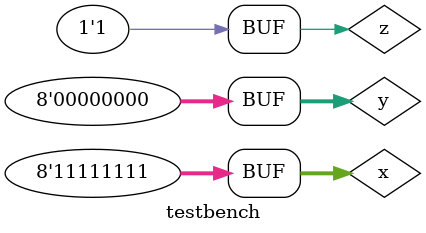
<source format=v>
module testbench;
	reg [7:0] x,y;
	reg z;
	wire [7:0]s;
	wire c;
	ADDER8 fl(s,c,x,y,z);
	initial
	$monitor(,$time,"  x=%8b,y=%8b,z=%b,s=%8b,c=%b",x,y,z,s,c);
	initial
	begin
		#0 x=8'b00000000;y=8'b00000000;z=1'b0;
		#10 x=8'b00000001;y=8'b00000000;z=1'b0;
		#10 x=8'b00000001;y=8'b00000011;z=1'b0;
		#10 x=8'b00000111;y=8'b00000000;z=1'b0;
		#10 x=8'b11111111;y=8'b00000000;z=1'b0;
		#10 x=8'b11111111;y=8'b00000000;z=1'b1;
	end
endmodule
</source>
